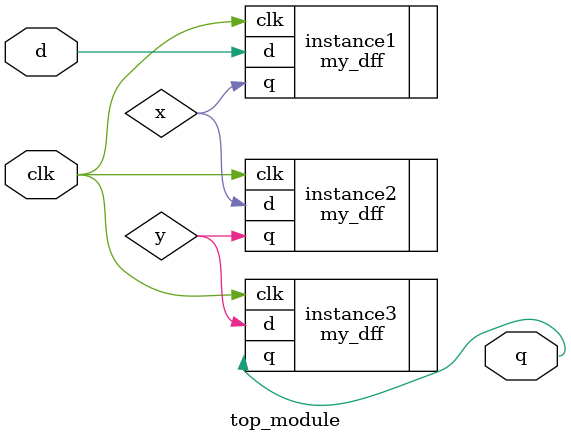
<source format=v>
module top_module ( input clk, input d, output q );
    wire x,y;
    my_dff instance1 (.clk(clk),.d(d),.q(x));
    my_dff instance2 (.clk(clk),.d(x),.q(y));
    my_dff instance3 (.clk(clk),.d(y),.q(q));
endmodule

</source>
